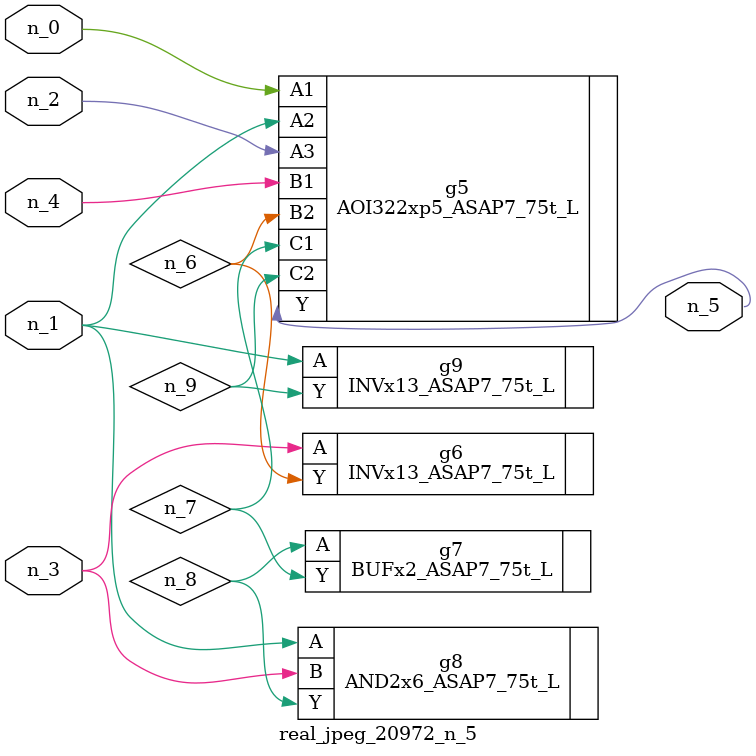
<source format=v>
module real_jpeg_20972_n_5 (n_4, n_0, n_1, n_2, n_3, n_5);

input n_4;
input n_0;
input n_1;
input n_2;
input n_3;

output n_5;

wire n_8;
wire n_6;
wire n_7;
wire n_9;

AOI322xp5_ASAP7_75t_L g5 ( 
.A1(n_0),
.A2(n_1),
.A3(n_2),
.B1(n_4),
.B2(n_6),
.C1(n_7),
.C2(n_9),
.Y(n_5)
);

AND2x6_ASAP7_75t_L g8 ( 
.A(n_1),
.B(n_3),
.Y(n_8)
);

INVx13_ASAP7_75t_L g9 ( 
.A(n_1),
.Y(n_9)
);

INVx13_ASAP7_75t_L g6 ( 
.A(n_3),
.Y(n_6)
);

BUFx2_ASAP7_75t_L g7 ( 
.A(n_8),
.Y(n_7)
);


endmodule
</source>
